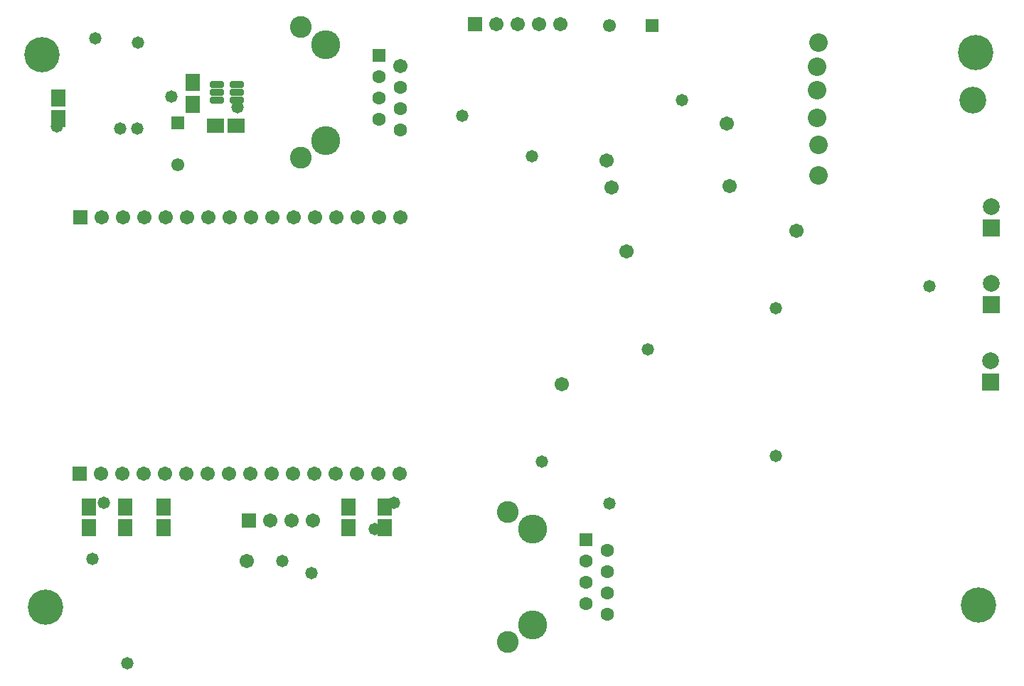
<source format=gts>
%FSTAX23Y23*%
%MOIN*%
%SFA1B1*%

%IPPOS*%
%AMD19*
4,1,8,0.025600,0.015600,-0.025600,0.015600,-0.032500,0.008700,-0.032500,-0.008700,-0.025600,-0.015600,0.025600,-0.015600,0.032500,-0.008700,0.032500,0.008700,0.025600,0.015600,0.0*
1,1,0.013811,0.025600,0.008700*
1,1,0.013811,-0.025600,0.008700*
1,1,0.013811,-0.025600,-0.008700*
1,1,0.013811,0.025600,-0.008700*
%
%ADD17R,0.067055X0.078866*%
%ADD18R,0.078866X0.067055*%
G04~CAMADD=19~8~0.0~0.0~650.9~312.3~69.1~0.0~15~0.0~0.0~0.0~0.0~0~0.0~0.0~0.0~0.0~0~0.0~0.0~0.0~0.0~650.9~312.3*
%ADD19D19*%
%ADD20R,0.061149X0.061149*%
%ADD21C,0.061149*%
%ADD22C,0.067055*%
%ADD23R,0.067055X0.067055*%
%ADD24R,0.063039X0.063039*%
%ADD25C,0.063039*%
%ADD26C,0.135952*%
%ADD27C,0.102488*%
%ADD28R,0.061149X0.061149*%
%ADD29R,0.078866X0.078866*%
%ADD30C,0.078866*%
%ADD31C,0.058000*%
%ADD32C,0.126110*%
%ADD33C,0.086740*%
%ADD34C,0.165480*%
%LNbinbot_board-1*%
%LPD*%
G54D17*
X00696Y-02347D03*
Y-02442D03*
X00831Y-00353D03*
Y-00456D03*
X01561Y-02347D03*
Y-02442D03*
X01731Y-02347D03*
Y-02442D03*
X00516D03*
Y-02347D03*
X00346Y-02442D03*
Y-02347D03*
X00201Y-00522D03*
Y-00427D03*
G54D18*
X00938Y-00555D03*
X01033D03*
G54D19*
X00946Y-00362D03*
Y-004D03*
Y-00437D03*
X01037D03*
Y-004D03*
Y-00362D03*
G54D20*
X02983Y-00085D03*
G54D21*
X02786Y-00085D03*
X00761Y-00738D03*
G54D22*
X01395Y-0241D03*
X01295D03*
X01195D03*
X02255Y-0008D03*
X02355D03*
X02455D03*
X02555D03*
X01806Y-00275D03*
X01801Y-0219D03*
X01701D03*
X01601D03*
X01501D03*
X01401D03*
X01301D03*
X01201D03*
X01101D03*
X01001D03*
X00901D03*
X00801D03*
X00701D03*
X00601D03*
X00501D03*
X00401D03*
X00406Y-00985D03*
X00506D03*
X00606D03*
X00706D03*
X00806D03*
X00906D03*
X01006D03*
X01106D03*
X01206D03*
X01306D03*
X01406D03*
X01506D03*
X01606D03*
X01706D03*
X01806D03*
X01085Y-026D03*
X02561Y-01769D03*
X02865Y-01145D03*
X03335Y-00545D03*
X0366Y-0105D03*
X02795Y-00845D03*
X03347Y-0084D03*
X0277Y-0072D03*
G54D23*
X01095Y-0241D03*
X02155Y-0008D03*
X00301Y-0219D03*
X00306Y-00985D03*
G54D24*
X01706Y-00225D03*
X02676Y-025D03*
G54D25*
X01806Y-00375D03*
X01706Y-00425D03*
Y-00325D03*
X01806Y-00475D03*
X01706Y-00525D03*
X01806Y-00575D03*
X02776Y-0265D03*
X02676Y-027D03*
Y-026D03*
X02776Y-0275D03*
Y-0255D03*
X02676Y-028D03*
X02776Y-0285D03*
G54D26*
X01456Y-00175D03*
Y-00625D03*
X02426Y-0245D03*
Y-029D03*
G54D27*
X01339Y-00094D03*
Y-00705D03*
X02309Y-02369D03*
Y-0298D03*
G54D28*
X00761Y-00541D03*
G54D29*
X04576Y-01035D03*
Y-01395D03*
X04571Y-0176D03*
G54D30*
X04576Y-00935D03*
Y-01295D03*
X04571Y-0166D03*
G54D31*
X04285Y-0131D03*
X00574Y-00165D03*
X00375Y-00145D03*
X02095Y-0051D03*
X03125Y-00435D03*
X03565Y-02105D03*
X02785Y-0233D03*
X02965Y-01605D03*
X01388Y-02655D03*
X0125Y-026D03*
X00525Y-0308D03*
X00361Y-0259D03*
X00571Y-0057D03*
X0049D03*
X03563Y-01414D03*
X02468Y-02134D03*
X0242Y-007D03*
X00195Y-0056D03*
X0104Y-0047D03*
X01776Y-02325D03*
X01685Y-0245D03*
X00416Y-02325D03*
X00731Y-0042D03*
G54D32*
X04489Y-00435D03*
G54D33*
X03765Y-0079D03*
Y-00645D03*
X03759Y-0052D03*
Y-0039D03*
Y-0028D03*
X03764Y-00165D03*
G54D34*
X00125Y-00224D03*
X045Y-00214D03*
X04516Y-02805D03*
X00141Y-02815D03*
M02*
</source>
